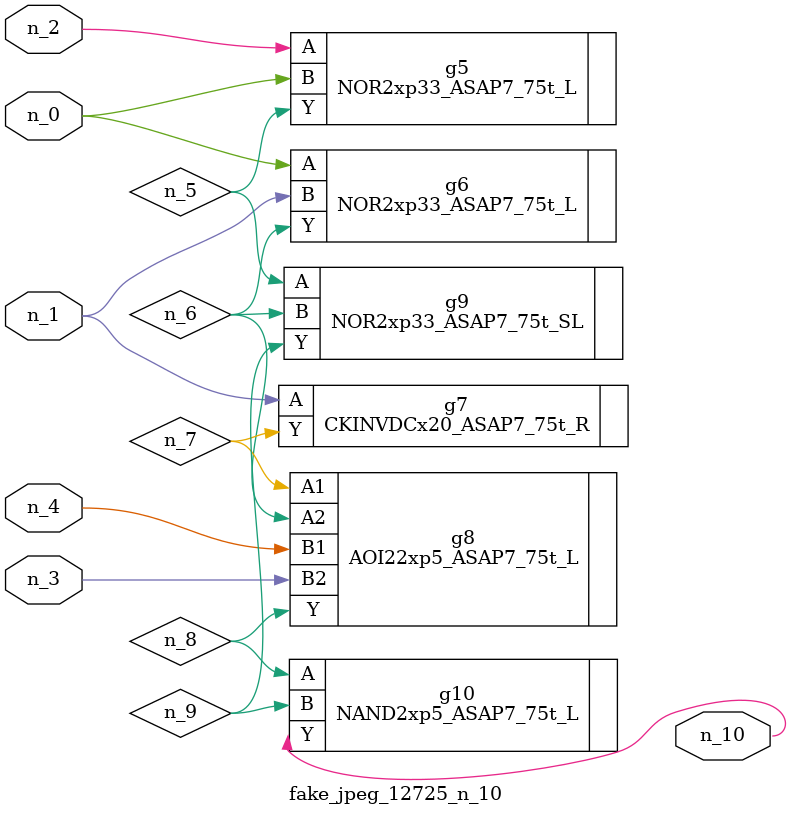
<source format=v>
module fake_jpeg_12725_n_10 (n_3, n_2, n_1, n_0, n_4, n_10);

input n_3;
input n_2;
input n_1;
input n_0;
input n_4;

output n_10;

wire n_8;
wire n_9;
wire n_6;
wire n_5;
wire n_7;

NOR2xp33_ASAP7_75t_L g5 ( 
.A(n_2),
.B(n_0),
.Y(n_5)
);

NOR2xp33_ASAP7_75t_L g6 ( 
.A(n_0),
.B(n_1),
.Y(n_6)
);

CKINVDCx20_ASAP7_75t_R g7 ( 
.A(n_1),
.Y(n_7)
);

AOI22xp5_ASAP7_75t_L g8 ( 
.A1(n_7),
.A2(n_6),
.B1(n_4),
.B2(n_3),
.Y(n_8)
);

NAND2xp5_ASAP7_75t_L g10 ( 
.A(n_8),
.B(n_9),
.Y(n_10)
);

NOR2xp33_ASAP7_75t_SL g9 ( 
.A(n_5),
.B(n_6),
.Y(n_9)
);


endmodule
</source>
